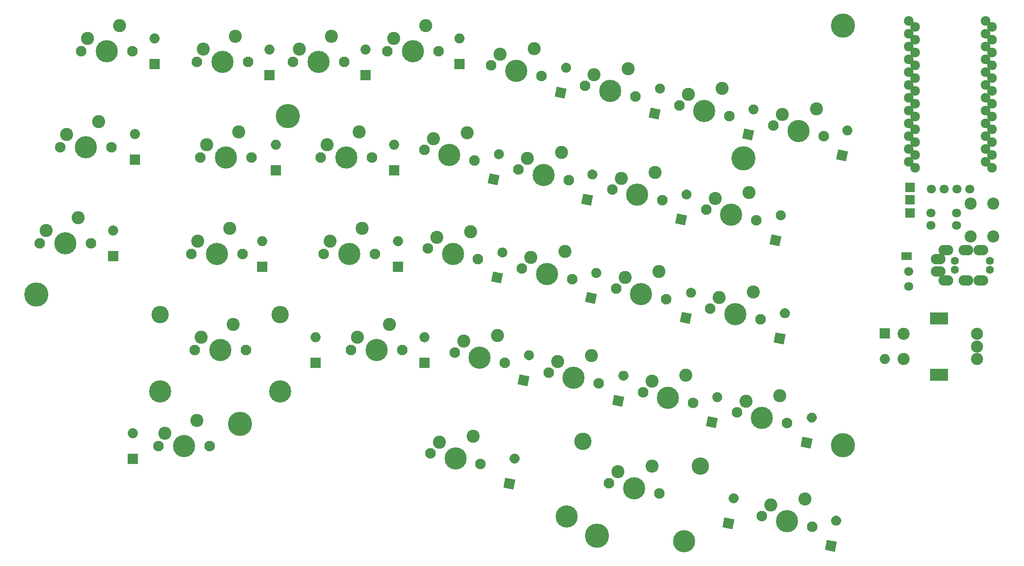
<source format=gts>
G04 #@! TF.GenerationSoftware,KiCad,Pcbnew,(5.1.6)-1*
G04 #@! TF.CreationDate,2020-07-24T14:43:52-07:00*
G04 #@! TF.ProjectId,Alipt-Keyboard-Left,416c6970-742d-44b6-9579-626f6172642d,rev?*
G04 #@! TF.SameCoordinates,Original*
G04 #@! TF.FileFunction,Soldermask,Top*
G04 #@! TF.FilePolarity,Negative*
%FSLAX46Y46*%
G04 Gerber Fmt 4.6, Leading zero omitted, Abs format (unit mm)*
G04 Created by KiCad (PCBNEW (5.1.6)-1) date 2020-07-24 14:43:52*
%MOMM*%
%LPD*%
G01*
G04 APERTURE LIST*
%ADD10C,4.800000*%
%ADD11C,2.600000*%
%ADD12C,4.400000*%
%ADD13C,2.100000*%
%ADD14C,1.924000*%
%ADD15O,2.000000X2.000000*%
%ADD16R,2.000000X2.000000*%
%ADD17C,0.100000*%
%ADD18R,1.924000X1.924000*%
%ADD19O,2.900000X2.100000*%
%ADD20C,1.600000*%
%ADD21C,1.797000*%
%ADD22C,3.450000*%
%ADD23C,2.400000*%
%ADD24R,3.600000X2.400000*%
%ADD25R,1.035000X1.543000*%
G04 APERTURE END LIST*
D10*
X151638000Y-150368000D03*
X40513004Y-102489003D03*
D11*
X192849500Y-143065500D03*
X186110167Y-144229756D03*
D12*
X189308814Y-147506394D03*
D13*
X184339824Y-146450203D03*
X194277804Y-148562586D03*
D10*
X200406000Y-49149006D03*
X180721000Y-75501500D03*
X90360504Y-67119500D03*
X80835496Y-128142993D03*
X200405991Y-132397505D03*
D14*
X228682684Y-48285500D03*
X228682684Y-50825500D03*
X228682684Y-53365500D03*
X228682684Y-55905500D03*
X228682684Y-58445500D03*
X228682684Y-60985500D03*
X228682684Y-63525500D03*
X228682684Y-66065500D03*
X228682684Y-68605500D03*
X228682684Y-71145500D03*
X228682684Y-73685500D03*
X228682684Y-76225500D03*
X213442684Y-76225500D03*
X213442684Y-73685500D03*
X213442684Y-71145500D03*
X213442684Y-68605500D03*
X213442684Y-66065500D03*
X213442684Y-63525500D03*
X213442684Y-60985500D03*
X213442684Y-58445500D03*
X213442684Y-55905500D03*
X213442684Y-53365500D03*
X213442684Y-50825500D03*
X213442684Y-48285500D03*
X229981499Y-59641245D03*
X229981499Y-64721245D03*
X214741499Y-49481245D03*
X229981499Y-52021245D03*
X229981499Y-74881245D03*
X214741499Y-77421245D03*
X229981499Y-67261245D03*
X229981499Y-69801245D03*
X214741499Y-67261245D03*
X214741499Y-72341245D03*
X214741499Y-59641245D03*
X214741499Y-57101245D03*
X214741499Y-52021245D03*
X214741499Y-62181245D03*
X229981499Y-77421245D03*
X214741499Y-69801245D03*
X229981499Y-49481245D03*
X229981499Y-54561245D03*
X214741499Y-74881245D03*
X229981499Y-57101245D03*
X229981499Y-62181245D03*
X214741499Y-64721245D03*
X229981499Y-72341245D03*
X214741499Y-54561245D03*
D15*
X208724500Y-115316000D03*
D16*
X208724500Y-110236000D03*
G36*
G01*
X198851327Y-148373411D02*
X198851327Y-148373411D01*
G75*
G02*
X198081091Y-147187351I207912J978148D01*
G01*
X198081091Y-147187351D01*
G75*
G02*
X199267151Y-146417115I978148J-207912D01*
G01*
X199267151Y-146417115D01*
G75*
G02*
X200037387Y-147603175I-207912J-978148D01*
G01*
X200037387Y-147603175D01*
G75*
G02*
X198851327Y-148373411I-978148J207912D01*
G01*
G37*
D17*
G36*
X198773284Y-153550312D02*
G01*
X196816989Y-153134489D01*
X197232812Y-151178194D01*
X199189107Y-151594017D01*
X198773284Y-153550312D01*
G37*
G36*
G01*
X178531327Y-143928411D02*
X178531327Y-143928411D01*
G75*
G02*
X177761091Y-142742351I207912J978148D01*
G01*
X177761091Y-142742351D01*
G75*
G02*
X178947151Y-141972115I978148J-207912D01*
G01*
X178947151Y-141972115D01*
G75*
G02*
X179717387Y-143158175I-207912J-978148D01*
G01*
X179717387Y-143158175D01*
G75*
G02*
X178531327Y-143928411I-978148J207912D01*
G01*
G37*
G36*
X178453284Y-149105312D02*
G01*
X176496989Y-148689489D01*
X176912812Y-146733194D01*
X178869107Y-147149017D01*
X178453284Y-149105312D01*
G37*
G36*
G01*
X135097327Y-136054411D02*
X135097327Y-136054411D01*
G75*
G02*
X134327091Y-134868351I207912J978148D01*
G01*
X134327091Y-134868351D01*
G75*
G02*
X135513151Y-134098115I978148J-207912D01*
G01*
X135513151Y-134098115D01*
G75*
G02*
X136283387Y-135284175I-207912J-978148D01*
G01*
X136283387Y-135284175D01*
G75*
G02*
X135097327Y-136054411I-978148J207912D01*
G01*
G37*
G36*
X135019284Y-141231312D02*
G01*
X133062989Y-140815489D01*
X133478812Y-138859194D01*
X135435107Y-139275017D01*
X135019284Y-141231312D01*
G37*
D15*
X59626500Y-130048000D03*
D16*
X59626500Y-135128000D03*
G36*
G01*
X194025327Y-127926411D02*
X194025327Y-127926411D01*
G75*
G02*
X193255091Y-126740351I207912J978148D01*
G01*
X193255091Y-126740351D01*
G75*
G02*
X194441151Y-125970115I978148J-207912D01*
G01*
X194441151Y-125970115D01*
G75*
G02*
X195211387Y-127156175I-207912J-978148D01*
G01*
X195211387Y-127156175D01*
G75*
G02*
X194025327Y-127926411I-978148J207912D01*
G01*
G37*
D17*
G36*
X193947284Y-133103312D02*
G01*
X191990989Y-132687489D01*
X192406812Y-130731194D01*
X194363107Y-131147017D01*
X193947284Y-133103312D01*
G37*
G36*
G01*
X175292827Y-123862411D02*
X175292827Y-123862411D01*
G75*
G02*
X174522591Y-122676351I207912J978148D01*
G01*
X174522591Y-122676351D01*
G75*
G02*
X175708651Y-121906115I978148J-207912D01*
G01*
X175708651Y-121906115D01*
G75*
G02*
X176478887Y-123092175I-207912J-978148D01*
G01*
X176478887Y-123092175D01*
G75*
G02*
X175292827Y-123862411I-978148J207912D01*
G01*
G37*
G36*
X175214784Y-129039312D02*
G01*
X173258489Y-128623489D01*
X173674312Y-126667194D01*
X175630607Y-127083017D01*
X175214784Y-129039312D01*
G37*
G36*
G01*
X156687327Y-119607911D02*
X156687327Y-119607911D01*
G75*
G02*
X155917091Y-118421851I207912J978148D01*
G01*
X155917091Y-118421851D01*
G75*
G02*
X157103151Y-117651615I978148J-207912D01*
G01*
X157103151Y-117651615D01*
G75*
G02*
X157873387Y-118837675I-207912J-978148D01*
G01*
X157873387Y-118837675D01*
G75*
G02*
X156687327Y-119607911I-978148J207912D01*
G01*
G37*
G36*
X156609284Y-124784812D02*
G01*
X154652989Y-124368989D01*
X155068812Y-122412694D01*
X157025107Y-122828517D01*
X156609284Y-124784812D01*
G37*
G36*
G01*
X137954827Y-115543911D02*
X137954827Y-115543911D01*
G75*
G02*
X137184591Y-114357851I207912J978148D01*
G01*
X137184591Y-114357851D01*
G75*
G02*
X138370651Y-113587615I978148J-207912D01*
G01*
X138370651Y-113587615D01*
G75*
G02*
X139140887Y-114773675I-207912J-978148D01*
G01*
X139140887Y-114773675D01*
G75*
G02*
X137954827Y-115543911I-978148J207912D01*
G01*
G37*
G36*
X137876784Y-120720812D02*
G01*
X135920489Y-120304989D01*
X136336312Y-118348694D01*
X138292607Y-118764517D01*
X137876784Y-120720812D01*
G37*
D15*
X117475000Y-110998000D03*
D16*
X117475000Y-116078000D03*
D15*
X95885000Y-110998000D03*
D16*
X95885000Y-116078000D03*
D15*
X55689500Y-89852500D03*
D16*
X55689500Y-94932500D03*
G36*
G01*
X188691327Y-107225411D02*
X188691327Y-107225411D01*
G75*
G02*
X187921091Y-106039351I207912J978148D01*
G01*
X187921091Y-106039351D01*
G75*
G02*
X189107151Y-105269115I978148J-207912D01*
G01*
X189107151Y-105269115D01*
G75*
G02*
X189877387Y-106455175I-207912J-978148D01*
G01*
X189877387Y-106455175D01*
G75*
G02*
X188691327Y-107225411I-978148J207912D01*
G01*
G37*
D17*
G36*
X188613284Y-112402312D02*
G01*
X186656989Y-111986489D01*
X187072812Y-110030194D01*
X189029107Y-110446017D01*
X188613284Y-112402312D01*
G37*
G36*
G01*
X170085827Y-103161411D02*
X170085827Y-103161411D01*
G75*
G02*
X169315591Y-101975351I207912J978148D01*
G01*
X169315591Y-101975351D01*
G75*
G02*
X170501651Y-101205115I978148J-207912D01*
G01*
X170501651Y-101205115D01*
G75*
G02*
X171271887Y-102391175I-207912J-978148D01*
G01*
X171271887Y-102391175D01*
G75*
G02*
X170085827Y-103161411I-978148J207912D01*
G01*
G37*
G36*
X170007784Y-108338312D02*
G01*
X168051489Y-107922489D01*
X168467312Y-105966194D01*
X170423607Y-106382017D01*
X170007784Y-108338312D01*
G37*
G36*
G01*
X151289827Y-99224411D02*
X151289827Y-99224411D01*
G75*
G02*
X150519591Y-98038351I207912J978148D01*
G01*
X150519591Y-98038351D01*
G75*
G02*
X151705651Y-97268115I978148J-207912D01*
G01*
X151705651Y-97268115D01*
G75*
G02*
X152475887Y-98454175I-207912J-978148D01*
G01*
X152475887Y-98454175D01*
G75*
G02*
X151289827Y-99224411I-978148J207912D01*
G01*
G37*
G36*
X151211784Y-104401312D02*
G01*
X149255489Y-103985489D01*
X149671312Y-102029194D01*
X151627607Y-102445017D01*
X151211784Y-104401312D01*
G37*
G36*
G01*
X132684327Y-95160411D02*
X132684327Y-95160411D01*
G75*
G02*
X131914091Y-93974351I207912J978148D01*
G01*
X131914091Y-93974351D01*
G75*
G02*
X133100151Y-93204115I978148J-207912D01*
G01*
X133100151Y-93204115D01*
G75*
G02*
X133870387Y-94390175I-207912J-978148D01*
G01*
X133870387Y-94390175D01*
G75*
G02*
X132684327Y-95160411I-978148J207912D01*
G01*
G37*
G36*
X132606284Y-100337312D02*
G01*
X130649989Y-99921489D01*
X131065812Y-97965194D01*
X133022107Y-98381017D01*
X132606284Y-100337312D01*
G37*
D15*
X112204500Y-91948000D03*
D16*
X112204500Y-97028000D03*
D15*
X85280500Y-91948000D03*
D16*
X85280500Y-97028000D03*
D15*
X60007500Y-70675500D03*
D16*
X60007500Y-75755500D03*
G36*
G01*
X187865827Y-87794411D02*
X187865827Y-87794411D01*
G75*
G02*
X187095591Y-86608351I207912J978148D01*
G01*
X187095591Y-86608351D01*
G75*
G02*
X188281651Y-85838115I978148J-207912D01*
G01*
X188281651Y-85838115D01*
G75*
G02*
X189051887Y-87024175I-207912J-978148D01*
G01*
X189051887Y-87024175D01*
G75*
G02*
X187865827Y-87794411I-978148J207912D01*
G01*
G37*
D17*
G36*
X187787784Y-92971312D02*
G01*
X185831489Y-92555489D01*
X186247312Y-90599194D01*
X188203607Y-91015017D01*
X187787784Y-92971312D01*
G37*
G36*
G01*
X169196827Y-83666911D02*
X169196827Y-83666911D01*
G75*
G02*
X168426591Y-82480851I207912J978148D01*
G01*
X168426591Y-82480851D01*
G75*
G02*
X169612651Y-81710615I978148J-207912D01*
G01*
X169612651Y-81710615D01*
G75*
G02*
X170382887Y-82896675I-207912J-978148D01*
G01*
X170382887Y-82896675D01*
G75*
G02*
X169196827Y-83666911I-978148J207912D01*
G01*
G37*
G36*
X169118784Y-88843812D02*
G01*
X167162489Y-88427989D01*
X167578312Y-86471694D01*
X169534607Y-86887517D01*
X169118784Y-88843812D01*
G37*
G36*
G01*
X150517779Y-79702158D02*
X150517779Y-79702158D01*
G75*
G02*
X149747543Y-78516098I207912J978148D01*
G01*
X149747543Y-78516098D01*
G75*
G02*
X150933603Y-77745862I978148J-207912D01*
G01*
X150933603Y-77745862D01*
G75*
G02*
X151703839Y-78931922I-207912J-978148D01*
G01*
X151703839Y-78931922D01*
G75*
G02*
X150517779Y-79702158I-978148J207912D01*
G01*
G37*
G36*
X150439736Y-84879059D02*
G01*
X148483441Y-84463236D01*
X148899264Y-82506941D01*
X150855559Y-82922764D01*
X150439736Y-84879059D01*
G37*
G36*
G01*
X131985827Y-75665911D02*
X131985827Y-75665911D01*
G75*
G02*
X131215591Y-74479851I207912J978148D01*
G01*
X131215591Y-74479851D01*
G75*
G02*
X132401651Y-73709615I978148J-207912D01*
G01*
X132401651Y-73709615D01*
G75*
G02*
X133171887Y-74895675I-207912J-978148D01*
G01*
X133171887Y-74895675D01*
G75*
G02*
X131985827Y-75665911I-978148J207912D01*
G01*
G37*
G36*
X131907784Y-80842812D02*
G01*
X129951489Y-80426989D01*
X130367312Y-78470694D01*
X132323607Y-78886517D01*
X131907784Y-80842812D01*
G37*
D16*
X111442500Y-77914500D03*
D15*
X111442500Y-72834500D03*
X88011000Y-72834500D03*
D16*
X88011000Y-77914500D03*
D15*
X63944500Y-51689000D03*
D16*
X63944500Y-56769000D03*
G36*
G01*
X201073827Y-70966911D02*
X201073827Y-70966911D01*
G75*
G02*
X200303591Y-69780851I207912J978148D01*
G01*
X200303591Y-69780851D01*
G75*
G02*
X201489651Y-69010615I978148J-207912D01*
G01*
X201489651Y-69010615D01*
G75*
G02*
X202259887Y-70196675I-207912J-978148D01*
G01*
X202259887Y-70196675D01*
G75*
G02*
X201073827Y-70966911I-978148J207912D01*
G01*
G37*
D17*
G36*
X200995784Y-76143812D02*
G01*
X199039489Y-75727989D01*
X199455312Y-73771694D01*
X201411607Y-74187517D01*
X200995784Y-76143812D01*
G37*
G36*
G01*
X182468327Y-66775911D02*
X182468327Y-66775911D01*
G75*
G02*
X181698091Y-65589851I207912J978148D01*
G01*
X181698091Y-65589851D01*
G75*
G02*
X182884151Y-64819615I978148J-207912D01*
G01*
X182884151Y-64819615D01*
G75*
G02*
X183654387Y-66005675I-207912J-978148D01*
G01*
X183654387Y-66005675D01*
G75*
G02*
X182468327Y-66775911I-978148J207912D01*
G01*
G37*
G36*
X182390284Y-71952812D02*
G01*
X180433989Y-71536989D01*
X180849812Y-69580694D01*
X182806107Y-69996517D01*
X182390284Y-71952812D01*
G37*
G36*
G01*
X163926327Y-62648411D02*
X163926327Y-62648411D01*
G75*
G02*
X163156091Y-61462351I207912J978148D01*
G01*
X163156091Y-61462351D01*
G75*
G02*
X164342151Y-60692115I978148J-207912D01*
G01*
X164342151Y-60692115D01*
G75*
G02*
X165112387Y-61878175I-207912J-978148D01*
G01*
X165112387Y-61878175D01*
G75*
G02*
X163926327Y-62648411I-978148J207912D01*
G01*
G37*
G36*
X163848284Y-67825312D02*
G01*
X161891989Y-67409489D01*
X162307812Y-65453194D01*
X164264107Y-65869017D01*
X163848284Y-67825312D01*
G37*
G36*
G01*
X145320827Y-58520911D02*
X145320827Y-58520911D01*
G75*
G02*
X144550591Y-57334851I207912J978148D01*
G01*
X144550591Y-57334851D01*
G75*
G02*
X145736651Y-56564615I978148J-207912D01*
G01*
X145736651Y-56564615D01*
G75*
G02*
X146506887Y-57750675I-207912J-978148D01*
G01*
X146506887Y-57750675D01*
G75*
G02*
X145320827Y-58520911I-978148J207912D01*
G01*
G37*
G36*
X145242784Y-63697812D02*
G01*
X143286489Y-63281989D01*
X143702312Y-61325694D01*
X145658607Y-61741517D01*
X145242784Y-63697812D01*
G37*
D15*
X124396500Y-51689000D03*
D16*
X124396500Y-56769000D03*
D15*
X105727500Y-53911500D03*
D16*
X105727500Y-58991500D03*
D15*
X86741000Y-53911500D03*
D16*
X86741000Y-58991500D03*
D11*
X78867000Y-89408000D03*
X72517000Y-91948000D03*
D12*
X76327000Y-94488000D03*
D13*
X71247000Y-94488000D03*
X81407000Y-94488000D03*
D18*
X213677501Y-86356501D03*
X213677501Y-83756501D03*
X213677501Y-81256501D03*
D19*
X219276500Y-95499500D03*
X220776500Y-99699500D03*
X224776500Y-99699500D03*
X227776500Y-99699500D03*
D20*
X222576500Y-97599500D03*
X229576500Y-97599500D03*
D19*
X224776500Y-93749500D03*
X227776500Y-93749500D03*
X219276500Y-97949500D03*
X220776500Y-93749500D03*
D20*
X229576500Y-95849500D03*
X222576500Y-95849500D03*
D21*
X217902091Y-81597500D03*
X220442091Y-81597500D03*
X222982091Y-81597500D03*
X225522091Y-81597500D03*
X213487000Y-97980500D03*
X213487000Y-100901500D03*
X222948500Y-86337761D03*
X217868500Y-86337761D03*
X217868500Y-88836500D03*
X222948500Y-88836500D03*
D13*
X82486500Y-56388000D03*
X72326500Y-56388000D03*
D12*
X77406500Y-56388000D03*
D11*
X73596500Y-53848000D03*
X79946500Y-51308000D03*
D13*
X101536500Y-56388000D03*
X91376500Y-56388000D03*
D12*
X96456500Y-56388000D03*
D11*
X92646500Y-53848000D03*
X98996500Y-51308000D03*
X117665500Y-49149000D03*
X111315500Y-51689000D03*
D12*
X115125500Y-54229000D03*
D13*
X110045500Y-54229000D03*
X120205500Y-54229000D03*
X140620304Y-59218086D03*
X130682324Y-57105703D03*
D12*
X135651314Y-58161894D03*
D11*
X132452667Y-54885256D03*
X139192000Y-53721000D03*
D13*
X159225804Y-63218586D03*
X149287824Y-61106203D03*
D12*
X154256814Y-62162394D03*
D11*
X151058167Y-58885756D03*
X157797500Y-57721500D03*
X176466500Y-61658500D03*
X169727167Y-62822756D03*
D12*
X172925814Y-66099394D03*
D13*
X167956824Y-65043203D03*
X177894804Y-67155586D03*
D11*
X195135500Y-65659000D03*
X188396167Y-66823256D03*
D12*
X191594814Y-70099894D03*
D13*
X186625824Y-69043703D03*
X196563804Y-71156086D03*
D11*
X56959500Y-49149000D03*
X50609500Y-51689000D03*
D12*
X54419500Y-54229000D03*
D13*
X49339500Y-54229000D03*
X59499500Y-54229000D03*
X83185000Y-75374500D03*
X73025000Y-75374500D03*
D12*
X78105000Y-75374500D03*
D11*
X74295000Y-72834500D03*
X80645000Y-70294500D03*
D13*
X106997500Y-75374500D03*
X96837500Y-75374500D03*
D12*
X101917500Y-75374500D03*
D11*
X98107500Y-72834500D03*
X104457500Y-70294500D03*
X125920500Y-70421500D03*
X119181167Y-71585756D03*
D12*
X122379814Y-74862394D03*
D13*
X117410824Y-73806203D03*
X127348804Y-75918586D03*
D11*
X144589500Y-74358500D03*
X137850167Y-75522756D03*
D12*
X141048814Y-78799394D03*
D13*
X136079824Y-77743203D03*
X146017804Y-79855586D03*
D11*
X163179686Y-78299606D03*
X156440353Y-79463862D03*
D12*
X159639000Y-82740500D03*
D13*
X154670010Y-81684309D03*
X164607990Y-83796692D03*
X183228804Y-87793086D03*
X173290824Y-85680703D03*
D12*
X178259814Y-86736894D03*
D11*
X175061167Y-83460256D03*
X181800500Y-82296000D03*
D13*
X55372000Y-73342500D03*
X45212000Y-73342500D03*
D12*
X50292000Y-73342500D03*
D11*
X46482000Y-70802500D03*
X52832000Y-68262500D03*
D13*
X107632500Y-94488000D03*
X97472500Y-94488000D03*
D12*
X102552500Y-94488000D03*
D11*
X98742500Y-91948000D03*
X105092500Y-89408000D03*
X126619000Y-90043000D03*
X119879667Y-91207256D03*
D12*
X123078314Y-94483894D03*
D13*
X118109324Y-93427703D03*
X128047304Y-95540086D03*
X146700990Y-99481192D03*
X136763010Y-97368809D03*
D12*
X141732000Y-98425000D03*
D11*
X138533353Y-95148362D03*
X145272686Y-93984106D03*
D13*
X165369990Y-103481692D03*
X155432010Y-101369309D03*
D12*
X160401000Y-102425500D03*
D11*
X157202353Y-99148862D03*
X163941686Y-97984606D03*
X182626000Y-101981000D03*
X175886667Y-103145256D03*
D12*
X179085314Y-106421894D03*
D13*
X174116324Y-105365703D03*
X184054304Y-107478086D03*
D11*
X48768000Y-87312500D03*
X42418000Y-89852500D03*
D12*
X46228000Y-92392500D03*
D13*
X41148000Y-92392500D03*
X51308000Y-92392500D03*
D22*
X88862000Y-106538000D03*
X65062000Y-106538000D03*
D12*
X65062000Y-121778000D03*
X88862000Y-121778000D03*
D13*
X82042000Y-113538000D03*
X71882000Y-113538000D03*
D12*
X76962000Y-113538000D03*
D11*
X73152000Y-110998000D03*
X79502000Y-108458000D03*
D13*
X113030000Y-113538000D03*
X102870000Y-113538000D03*
D12*
X107950000Y-113538000D03*
D11*
X104140000Y-110998000D03*
X110490000Y-108458000D03*
D13*
X133365990Y-116118192D03*
X123428010Y-114005809D03*
D12*
X128397000Y-115062000D03*
D11*
X125198353Y-111785362D03*
X131937686Y-110621106D03*
X150558500Y-114617500D03*
X143819167Y-115781756D03*
D12*
X147017814Y-119058394D03*
D13*
X142048824Y-118002203D03*
X151986804Y-120114586D03*
X170703990Y-124051586D03*
X160766010Y-121939203D03*
D12*
X165735000Y-122995394D03*
D11*
X162536353Y-119718756D03*
X169275686Y-118554500D03*
X187896500Y-122555000D03*
X181157167Y-123719256D03*
D12*
X184355814Y-126995894D03*
D13*
X179386824Y-125939703D03*
X189324804Y-128052086D03*
D11*
X72326500Y-127508000D03*
X65976500Y-130048000D03*
D12*
X69786500Y-132588000D03*
D13*
X64706500Y-132588000D03*
X74866500Y-132588000D03*
D11*
X127127000Y-130619500D03*
X120387667Y-131783756D03*
D12*
X123586314Y-135060394D03*
D13*
X118617324Y-134004203D03*
X128555304Y-136116586D03*
D11*
X162544686Y-136529106D03*
X155805353Y-137693362D03*
D12*
X159004000Y-140970000D03*
D13*
X154035010Y-139913809D03*
X163972990Y-142026192D03*
D12*
X168930764Y-151504085D03*
X145650851Y-146555787D03*
D22*
X148819425Y-131648818D03*
X172099338Y-136597116D03*
D23*
X226956000Y-115339500D03*
X226956000Y-112839500D03*
X226956000Y-110339500D03*
D24*
X219456000Y-118439500D03*
X219456000Y-107239500D03*
D23*
X212456000Y-115339500D03*
X212456000Y-110339500D03*
D25*
X213542880Y-94869000D03*
X212542120Y-94869000D03*
D23*
X225751000Y-84518500D03*
X230251000Y-84518500D03*
X225751000Y-91018500D03*
X230251000Y-91018500D03*
M02*

</source>
